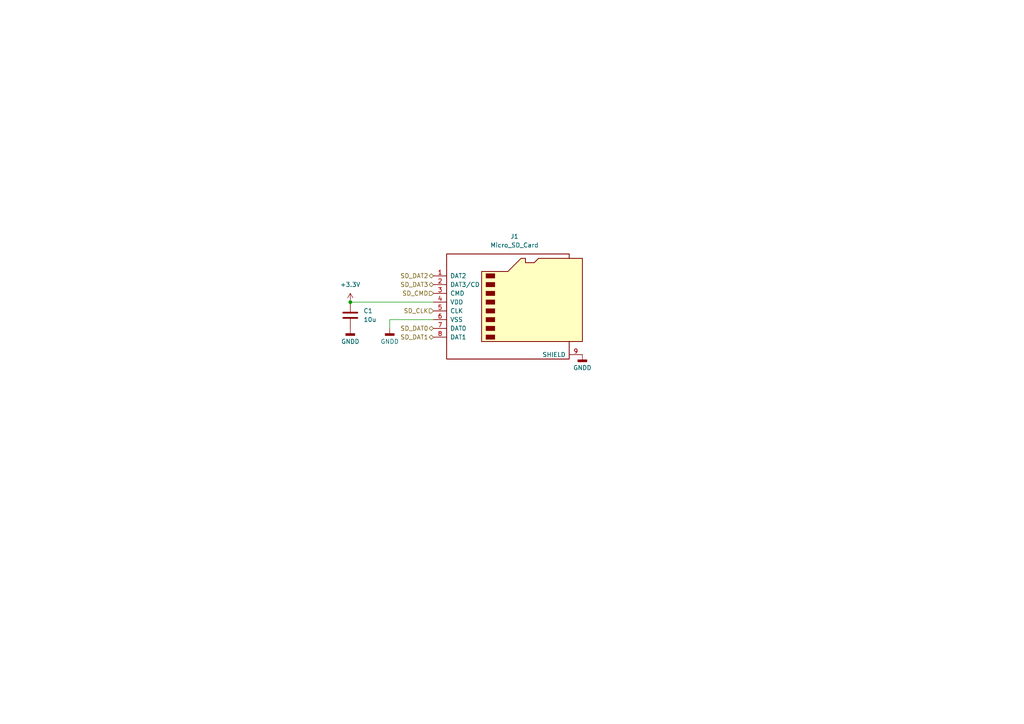
<source format=kicad_sch>
(kicad_sch (version 20250114) (generator "eeschema") (generator_version "9.0")
  (paper "A4")
  (lib_symbols
    (symbol "Connector:Micro_SD_Card" (pin_names (offset 1.016))
      (property "Reference" "J" (at -16.51 15.24 0))
      (property "Value" "Micro_SD_Card" (at 16.51 15.24 0))
      (symbol "Micro_SD_Card_0_1"
        (polyline (pts (xy -8.89 -11.43) (xy -8.89 8.89) (xy -1.27 8.89) (xy 2.54 12.7) (xy 3.81 12.7) (xy 3.81 11.43) (xy 6.35 11.43) (xy 7.62 12.7) (xy 20.32 12.7) (xy 20.32 -11.43) (xy -8.89 -11.43)) (stroke (width 0.254)) (fill (type background)))
        (rectangle (start -7.62 8.255) (end -5.08 6.985) (fill (type outline)))
        (rectangle (start -7.62 5.715) (end -5.08 4.445) (fill (type outline)))
        (rectangle (start -7.62 3.175) (end -5.08 1.905) (fill (type outline)))
        (rectangle (start -7.62 0.635) (end -5.08 -0.635) (fill (type outline)))
        (rectangle (start -7.62 -1.905) (end -5.08 -3.175) (fill (type outline)))
        (rectangle (start -7.62 -4.445) (end -5.08 -5.715) (fill (type outline)))
        (rectangle (start -7.62 -6.985) (end -5.08 -8.255) (fill (type outline)))
        (rectangle (start -7.62 -9.525) (end -5.08 -10.795) (fill (type outline)))
        (polyline (pts (xy 16.51 12.7) (xy 16.51 13.97) (xy -19.05 13.97) (xy -19.05 -16.51) (xy 16.51 -16.51) (xy 16.51 -11.43)) (stroke (width 0.254)))
      )
      (symbol "Micro_SD_Card_1_1"
        (pin bidirectional line (at -22.86 7.62 0) (length 3.81) (name "DAT2") (number "1"))
        (pin bidirectional line (at -22.86 5.08 0) (length 3.81) (name "DAT3/CD") (number "2"))
        (pin input line (at -22.86 2.54 0) (length 3.81) (name "CMD") (number "3"))
        (pin power_in line (at -22.86 0 0) (length 3.81) (name "VDD") (number "4"))
        (pin input line (at -22.86 -2.54 0) (length 3.81) (name "CLK") (number "5"))
        (pin power_in line (at -22.86 -5.08 0) (length 3.81) (name "VSS") (number "6"))
        (pin bidirectional line (at -22.86 -7.62 0) (length 3.81) (name "DAT0") (number "7"))
        (pin bidirectional line (at -22.86 -10.16 0) (length 3.81) (name "DAT1") (number "8"))
        (pin passive line (at 20.32 -15.24 180) (length 3.81) (name "SHIELD") (number "9"))
      )
    )
    (symbol "Device:C" (pin_numbers (hide yes)) (pin_names (offset 0.254))
      (property "Reference" "C" (at 0.635 2.54 0))
      (property "Value" "C" (at 0.635 -2.54 0))
      (symbol "C_0_1"
        (polyline (pts (xy -2.032 0.762) (xy 2.032 0.762)) (stroke (width 0.508)))
        (polyline (pts (xy -2.032 -0.762) (xy 2.032 -0.762)) (stroke (width 0.508)))
      )
      (symbol "C_1_1"
        (pin passive line (at 0 3.81 270) (length 2.794) (name "~") (number "1"))
        (pin passive line (at 0 -3.81 90) (length 2.794) (name "~") (number "2"))
      )
    )
    (symbol "power:+3.3V" (power) (pin_numbers (hide yes)) (pin_names (offset 0) (hide yes))
      (property "Value" "+3.3V" (at 0 3.556 0))
      (symbol "+3.3V_0_1"
        (polyline (pts (xy -0.762 1.27) (xy 0 2.54)))
        (polyline (pts (xy 0 2.54) (xy 0.762 1.27)))
        (polyline (pts (xy 0 0) (xy 0 2.54)))
      )
      (symbol "+3.3V_1_1"
        (pin power_in line (at 0 0 90) (length 0) (name "~") (number "1"))
      )
    )
    (symbol "power:GNDD" (power) (pin_numbers (hide yes)) (pin_names (offset 0) (hide yes))
      (property "Value" "GNDD" (at 0 -3.175 0))
      (symbol "GNDD_0_1"
        (rectangle (start -1.27 -1.524) (end 1.27 -2.032) (stroke (width 0.254)) (fill (type outline)))
        (polyline (pts (xy 0 0) (xy 0 -1.524)))
      )
      (symbol "GNDD_1_1"
        (pin power_in line (at 0 0 270) (length 0) (name "~") (number "1"))
      )
    )
  )
  (junction (at 101.6 87.63))
  (wire (pts (xy 113.03 92.71) (xy 125.73 92.71)))
  (wire (pts (xy 113.03 95.25) (xy 113.03 92.71)))
  (wire (pts (xy 101.6 87.63) (xy 125.73 87.63)))
  (hierarchical_label "SD_CMD" (shape input) (at 125.73 85.09 180))
  (hierarchical_label "SD_DAT2" (shape bidirectional) (at 125.73 80.01 180))
  (hierarchical_label "SD_CLK" (shape input) (at 125.73 90.17 180))
  (hierarchical_label "SD_DAT3" (shape bidirectional) (at 125.73 82.55 180))
  (hierarchical_label "SD_DAT0" (shape bidirectional) (at 125.73 95.25 180))
  (hierarchical_label "SD_DAT1" (shape bidirectional) (at 125.73 97.79 180))
  (symbol (lib_id "power:GNDD") (at 113.03 95.25 0) (unit 1)
    (property "Reference" "#PWR03" (effects (hide yes)))
    (property "Value" "GNDD" (at 113.03 99.06 0))
    (property "Description" "Power symbol creates a global label with name \"GNDD\" , digital ground" (effects (hide yes)))
  )
  (symbol (lib_id "power:+3.3V") (at 101.6 87.63 0) (unit 1)
    (property "Reference" "#PWR02" (effects (hide yes)))
    (property "Value" "+3.3V" (at 101.6 82.55 0))
    (property "Description" "Power symbol creates a global label with name \"+3.3V\"" (effects (hide yes)))
  )
  (symbol (lib_id "power:GNDD") (at 101.6 95.25 0) (unit 1)
    (property "Reference" "#PWR01" (effects (hide yes)))
    (property "Value" "GNDD" (at 101.6 99.06 0))
    (property "Description" "Power symbol creates a global label with name \"GNDD\" , digital ground" (effects (hide yes)))
  )
  (symbol (lib_id "power:GNDD") (at 168.91 102.87 0) (unit 1)
    (property "Reference" "#PWR04" (effects (hide yes)))
    (property "Value" "GNDD" (at 168.91 106.68 0))
    (property "Description" "Power symbol creates a global label with name \"GNDD\" , digital ground" (effects (hide yes)))
  )
  (symbol (lib_id "Device:C") (at 101.6 91.44 0) (unit 1)
    (property "Reference" "C1" (at 105.41 90.1699 0) (effects (justify left)))
    (property "Value" "10u" (at 105.41 92.7099 0) (effects (justify left)))
    (property "Footprint" "Capacitor_SMD:C_0603_1608Metric_Pad1.08x0.95mm_HandSolder" (effects (hide yes)))
    (property "Description" "Unpolarized capacitor" (effects (hide yes)))
  )
  (symbol (lib_id "Connector:Micro_SD_Card") (at 148.59 87.63 0) (unit 1)
    (property "Reference" "J1" (at 149.225 68.58 0))
    (property "Value" "Micro_SD_Card" (at 149.225 71.12 0))
    (property "Footprint" "Connector_Card:microSD_HC_Molex_47219-2001" (effects (hide yes)))
    (property "Datasheet" "https://www.we-online.com/components/products/datasheet/693072010801.pdf" (effects (hide yes)))
    (property "Description" "Micro SD Card Socket" (effects (hide yes)))
  )
)
</source>
